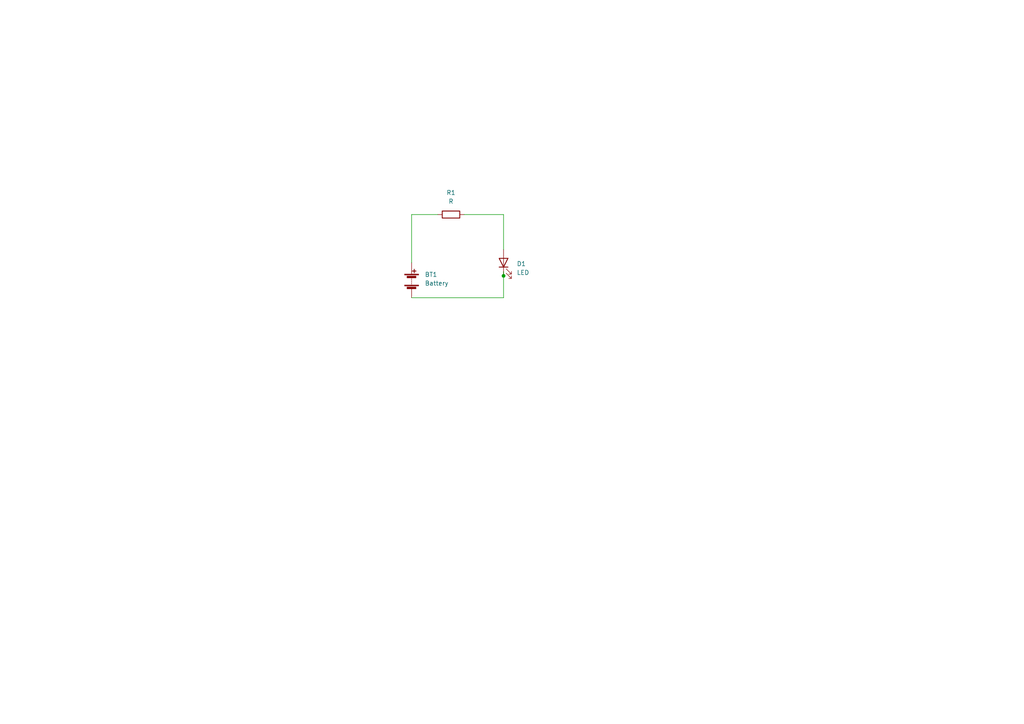
<source format=kicad_sch>
(kicad_sch (version 20211123) (generator eeschema)

  (uuid 48856639-9761-47a9-8789-a6f9c32fa550)

  (paper "A4")

  (lib_symbols
    (symbol "Device:Battery" (pin_numbers hide) (pin_names (offset 0) hide) (in_bom yes) (on_board yes)
      (property "Reference" "BT" (id 0) (at 2.54 2.54 0)
        (effects (font (size 1.27 1.27)) (justify left))
      )
      (property "Value" "Battery" (id 1) (at 2.54 0 0)
        (effects (font (size 1.27 1.27)) (justify left))
      )
      (property "Footprint" "" (id 2) (at 0 1.524 90)
        (effects (font (size 1.27 1.27)) hide)
      )
      (property "Datasheet" "~" (id 3) (at 0 1.524 90)
        (effects (font (size 1.27 1.27)) hide)
      )
      (property "ki_keywords" "batt voltage-source cell" (id 4) (at 0 0 0)
        (effects (font (size 1.27 1.27)) hide)
      )
      (property "ki_description" "Multiple-cell battery" (id 5) (at 0 0 0)
        (effects (font (size 1.27 1.27)) hide)
      )
      (symbol "Battery_0_1"
        (rectangle (start -2.032 -1.397) (end 2.032 -1.651)
          (stroke (width 0) (type default) (color 0 0 0 0))
          (fill (type outline))
        )
        (rectangle (start -2.032 1.778) (end 2.032 1.524)
          (stroke (width 0) (type default) (color 0 0 0 0))
          (fill (type outline))
        )
        (rectangle (start -1.3208 -1.9812) (end 1.27 -2.4892)
          (stroke (width 0) (type default) (color 0 0 0 0))
          (fill (type outline))
        )
        (rectangle (start -1.3208 1.1938) (end 1.27 0.6858)
          (stroke (width 0) (type default) (color 0 0 0 0))
          (fill (type outline))
        )
        (polyline
          (pts
            (xy 0 -1.524)
            (xy 0 -1.27)
          )
          (stroke (width 0) (type default) (color 0 0 0 0))
          (fill (type none))
        )
        (polyline
          (pts
            (xy 0 -1.016)
            (xy 0 -0.762)
          )
          (stroke (width 0) (type default) (color 0 0 0 0))
          (fill (type none))
        )
        (polyline
          (pts
            (xy 0 -0.508)
            (xy 0 -0.254)
          )
          (stroke (width 0) (type default) (color 0 0 0 0))
          (fill (type none))
        )
        (polyline
          (pts
            (xy 0 0)
            (xy 0 0.254)
          )
          (stroke (width 0) (type default) (color 0 0 0 0))
          (fill (type none))
        )
        (polyline
          (pts
            (xy 0 0.508)
            (xy 0 0.762)
          )
          (stroke (width 0) (type default) (color 0 0 0 0))
          (fill (type none))
        )
        (polyline
          (pts
            (xy 0 1.778)
            (xy 0 2.54)
          )
          (stroke (width 0) (type default) (color 0 0 0 0))
          (fill (type none))
        )
        (polyline
          (pts
            (xy 0.254 2.667)
            (xy 1.27 2.667)
          )
          (stroke (width 0.254) (type default) (color 0 0 0 0))
          (fill (type none))
        )
        (polyline
          (pts
            (xy 0.762 3.175)
            (xy 0.762 2.159)
          )
          (stroke (width 0.254) (type default) (color 0 0 0 0))
          (fill (type none))
        )
      )
      (symbol "Battery_1_1"
        (pin passive line (at 0 5.08 270) (length 2.54)
          (name "+" (effects (font (size 1.27 1.27))))
          (number "1" (effects (font (size 1.27 1.27))))
        )
        (pin passive line (at 0 -5.08 90) (length 2.54)
          (name "-" (effects (font (size 1.27 1.27))))
          (number "2" (effects (font (size 1.27 1.27))))
        )
      )
    )
    (symbol "Device:LED" (pin_numbers hide) (pin_names (offset 1.016) hide) (in_bom yes) (on_board yes)
      (property "Reference" "D" (id 0) (at 0 2.54 0)
        (effects (font (size 1.27 1.27)))
      )
      (property "Value" "LED" (id 1) (at 0 -2.54 0)
        (effects (font (size 1.27 1.27)))
      )
      (property "Footprint" "" (id 2) (at 0 0 0)
        (effects (font (size 1.27 1.27)) hide)
      )
      (property "Datasheet" "~" (id 3) (at 0 0 0)
        (effects (font (size 1.27 1.27)) hide)
      )
      (property "ki_keywords" "LED diode" (id 4) (at 0 0 0)
        (effects (font (size 1.27 1.27)) hide)
      )
      (property "ki_description" "Light emitting diode" (id 5) (at 0 0 0)
        (effects (font (size 1.27 1.27)) hide)
      )
      (property "ki_fp_filters" "LED* LED_SMD:* LED_THT:*" (id 6) (at 0 0 0)
        (effects (font (size 1.27 1.27)) hide)
      )
      (symbol "LED_0_1"
        (polyline
          (pts
            (xy -1.27 -1.27)
            (xy -1.27 1.27)
          )
          (stroke (width 0.254) (type default) (color 0 0 0 0))
          (fill (type none))
        )
        (polyline
          (pts
            (xy -1.27 0)
            (xy 1.27 0)
          )
          (stroke (width 0) (type default) (color 0 0 0 0))
          (fill (type none))
        )
        (polyline
          (pts
            (xy 1.27 -1.27)
            (xy 1.27 1.27)
            (xy -1.27 0)
            (xy 1.27 -1.27)
          )
          (stroke (width 0.254) (type default) (color 0 0 0 0))
          (fill (type none))
        )
        (polyline
          (pts
            (xy -3.048 -0.762)
            (xy -4.572 -2.286)
            (xy -3.81 -2.286)
            (xy -4.572 -2.286)
            (xy -4.572 -1.524)
          )
          (stroke (width 0) (type default) (color 0 0 0 0))
          (fill (type none))
        )
        (polyline
          (pts
            (xy -1.778 -0.762)
            (xy -3.302 -2.286)
            (xy -2.54 -2.286)
            (xy -3.302 -2.286)
            (xy -3.302 -1.524)
          )
          (stroke (width 0) (type default) (color 0 0 0 0))
          (fill (type none))
        )
      )
      (symbol "LED_1_1"
        (pin passive line (at -3.81 0 0) (length 2.54)
          (name "K" (effects (font (size 1.27 1.27))))
          (number "1" (effects (font (size 1.27 1.27))))
        )
        (pin passive line (at 3.81 0 180) (length 2.54)
          (name "A" (effects (font (size 1.27 1.27))))
          (number "2" (effects (font (size 1.27 1.27))))
        )
      )
    )
    (symbol "Device:R" (pin_numbers hide) (pin_names (offset 0)) (in_bom yes) (on_board yes)
      (property "Reference" "R" (id 0) (at 2.032 0 90)
        (effects (font (size 1.27 1.27)))
      )
      (property "Value" "R" (id 1) (at 0 0 90)
        (effects (font (size 1.27 1.27)))
      )
      (property "Footprint" "" (id 2) (at -1.778 0 90)
        (effects (font (size 1.27 1.27)) hide)
      )
      (property "Datasheet" "~" (id 3) (at 0 0 0)
        (effects (font (size 1.27 1.27)) hide)
      )
      (property "ki_keywords" "R res resistor" (id 4) (at 0 0 0)
        (effects (font (size 1.27 1.27)) hide)
      )
      (property "ki_description" "Resistor" (id 5) (at 0 0 0)
        (effects (font (size 1.27 1.27)) hide)
      )
      (property "ki_fp_filters" "R_*" (id 6) (at 0 0 0)
        (effects (font (size 1.27 1.27)) hide)
      )
      (symbol "R_0_1"
        (rectangle (start -1.016 -2.54) (end 1.016 2.54)
          (stroke (width 0.254) (type default) (color 0 0 0 0))
          (fill (type none))
        )
      )
      (symbol "R_1_1"
        (pin passive line (at 0 3.81 270) (length 1.27)
          (name "~" (effects (font (size 1.27 1.27))))
          (number "1" (effects (font (size 1.27 1.27))))
        )
        (pin passive line (at 0 -3.81 90) (length 1.27)
          (name "~" (effects (font (size 1.27 1.27))))
          (number "2" (effects (font (size 1.27 1.27))))
        )
      )
    )
  )

  (junction (at 146.05 80.01) (diameter 0) (color 0 0 0 0)
    (uuid 6c6accb4-17da-41b1-8dce-d68ecffd1f69)
  )

  (wire (pts (xy 146.05 86.36) (xy 119.38 86.36))
    (stroke (width 0) (type default) (color 0 0 0 0))
    (uuid 1511cd8c-5677-449e-9d17-6c8f4757d97e)
  )
  (wire (pts (xy 119.38 76.2) (xy 119.38 62.23))
    (stroke (width 0) (type default) (color 0 0 0 0))
    (uuid 30a45511-5ca0-4275-b0f3-9d461c7d0a0a)
  )
  (wire (pts (xy 146.05 78.74) (xy 146.05 80.01))
    (stroke (width 0) (type default) (color 0 0 0 0))
    (uuid 37daeb73-f7f8-4804-8f7f-6d3449c01975)
  )
  (wire (pts (xy 146.05 80.01) (xy 146.05 86.36))
    (stroke (width 0) (type default) (color 0 0 0 0))
    (uuid 78a8b06f-820c-4662-bd2f-26df99561c2c)
  )
  (wire (pts (xy 134.62 62.23) (xy 146.05 62.23))
    (stroke (width 0) (type default) (color 0 0 0 0))
    (uuid a2cb0f5c-ac8d-4c2e-b550-636aac03a466)
  )
  (wire (pts (xy 146.05 62.23) (xy 146.05 72.39))
    (stroke (width 0) (type default) (color 0 0 0 0))
    (uuid cacad5fb-3dc2-4237-9e3d-bb867e229ce4)
  )
  (wire (pts (xy 119.38 62.23) (xy 127 62.23))
    (stroke (width 0) (type default) (color 0 0 0 0))
    (uuid d02328d9-cb45-443d-9c11-e6e3c54db165)
  )

  (symbol (lib_id "Device:Battery") (at 119.38 81.28 0) (unit 1)
    (in_bom yes) (on_board yes) (fields_autoplaced)
    (uuid 110cb290-0b57-46a6-a770-a0206ba4db26)
    (property "Reference" "BT1" (id 0) (at 123.19 79.6289 0)
      (effects (font (size 1.27 1.27)) (justify left))
    )
    (property "Value" "Battery" (id 1) (at 123.19 82.1689 0)
      (effects (font (size 1.27 1.27)) (justify left))
    )
    (property "Footprint" "TerminalBlock:TerminalBlock_bornier-2_P5.08mm" (id 2) (at 119.38 79.756 90)
      (effects (font (size 1.27 1.27)) hide)
    )
    (property "Datasheet" "~" (id 3) (at 119.38 79.756 90)
      (effects (font (size 1.27 1.27)) hide)
    )
    (pin "1" (uuid 3ce6e8b7-a143-4971-85e2-856c6e9bf05d))
    (pin "2" (uuid f2221dc6-c45d-4e81-9d0d-751500830235))
  )

  (symbol (lib_id "Device:LED") (at 146.05 76.2 90) (unit 1)
    (in_bom yes) (on_board yes) (fields_autoplaced)
    (uuid c92b8f27-c61e-4ef2-ba09-b5d2ef4369b0)
    (property "Reference" "D1" (id 0) (at 149.86 76.5174 90)
      (effects (font (size 1.27 1.27)) (justify right))
    )
    (property "Value" "LED" (id 1) (at 149.86 79.0574 90)
      (effects (font (size 1.27 1.27)) (justify right))
    )
    (property "Footprint" "LED_THT:LED_D3.0mm" (id 2) (at 146.05 76.2 0)
      (effects (font (size 1.27 1.27)) hide)
    )
    (property "Datasheet" "~" (id 3) (at 146.05 76.2 0)
      (effects (font (size 1.27 1.27)) hide)
    )
    (pin "1" (uuid 9350ebce-5c42-4cf2-965d-a4fa016f63bd))
    (pin "2" (uuid 532bc696-7c80-4f17-b2d9-83fbdcf75521))
  )

  (symbol (lib_id "Device:R") (at 130.81 62.23 270) (unit 1)
    (in_bom yes) (on_board yes) (fields_autoplaced)
    (uuid ce7ceb2b-034c-4944-a8b7-e42aa9597c6b)
    (property "Reference" "R1" (id 0) (at 130.81 55.88 90))
    (property "Value" "R" (id 1) (at 130.81 58.42 90))
    (property "Footprint" "Resistor_THT:R_Axial_DIN0207_L6.3mm_D2.5mm_P10.16mm_Horizontal" (id 2) (at 130.81 60.452 90)
      (effects (font (size 1.27 1.27)) hide)
    )
    (property "Datasheet" "~" (id 3) (at 130.81 62.23 0)
      (effects (font (size 1.27 1.27)) hide)
    )
    (pin "1" (uuid bacbdb5e-d3e7-46ed-9d50-21838e11df81))
    (pin "2" (uuid 34ee1545-898e-4ab9-a4a7-30f463ae44ca))
  )

  (sheet_instances
    (path "/" (page "1"))
  )

  (symbol_instances
    (path "/110cb290-0b57-46a6-a770-a0206ba4db26"
      (reference "BT1") (unit 1) (value "Battery") (footprint "TerminalBlock:TerminalBlock_bornier-2_P5.08mm")
    )
    (path "/c92b8f27-c61e-4ef2-ba09-b5d2ef4369b0"
      (reference "D1") (unit 1) (value "LED") (footprint "LED_THT:LED_D3.0mm")
    )
    (path "/ce7ceb2b-034c-4944-a8b7-e42aa9597c6b"
      (reference "R1") (unit 1) (value "R") (footprint "Resistor_THT:R_Axial_DIN0207_L6.3mm_D2.5mm_P10.16mm_Horizontal")
    )
  )
)

</source>
